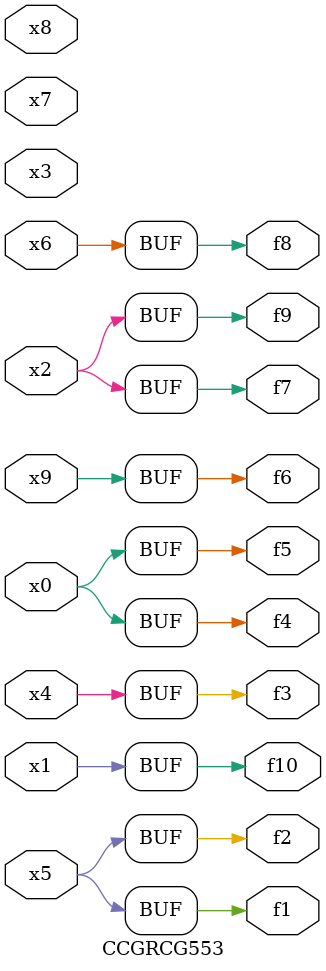
<source format=v>
module CCGRCG553(
	input x0, x1, x2, x3, x4, x5, x6, x7, x8, x9,
	output f1, f2, f3, f4, f5, f6, f7, f8, f9, f10
);
	assign f1 = x5;
	assign f2 = x5;
	assign f3 = x4;
	assign f4 = x0;
	assign f5 = x0;
	assign f6 = x9;
	assign f7 = x2;
	assign f8 = x6;
	assign f9 = x2;
	assign f10 = x1;
endmodule

</source>
